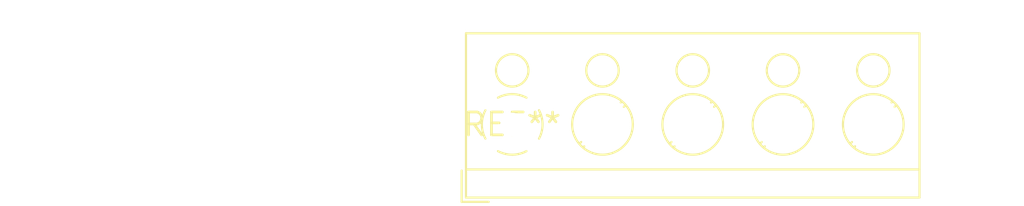
<source format=kicad_pcb>
(kicad_pcb (version 20240108) (generator pcbnew)
  (layers (0 "F.Cu" signal) (31 "B.Cu" signal) (34 "B.Paste" user) (35 "F.Paste" user) (36 "B.SilkS" user "B.Silkscreen") (37 "F.SilkS" user "F.Silkscreen") (38 "B.Mask" user) (39 "F.Mask" user) (44 "Edge.Cuts" user))
  (net 0 "")
  (footprint "TerminalBlock_RND_205-00004_1x05_P5.00mm_Horizontal" (layer "F.Cu") (at 0 0)
    (property "Reference" "REF**")
    (property "Value" "TerminalBlock_RND_205-00004_1x05_P5.00mm_Horizontal")
    (fp_line (start -2.8 2.56) (end -2.8 4.3) (layer "F.SilkS") (stroke (width 0.12)))
    (fp_line (start -2.8 4.3) (end -1.3 4.3) (layer "F.SilkS") (stroke (width 0.12)))
    (fp_line (start -2.56 -5.06) (end -2.56 4.06) (layer "F.SilkS") (stroke (width 0.12)))
    (fp_line (start -2.56 -5.06) (end 22.56 -5.06) (layer "F.SilkS") (stroke (width 0.12)))
    (fp_line (start -2.56 2.5) (end 22.56 2.5) (layer "F.SilkS") (stroke (width 0.12)))
    (fp_line (start -2.56 4.06) (end 22.56 4.06) (layer "F.SilkS") (stroke (width 0.12)))
    (fp_line (start 3.82 0.976) (end 3.726 1.069) (layer "F.SilkS") (stroke (width 0.12)))
    (fp_line (start 3.99 1.216) (end 3.931 1.274) (layer "F.SilkS") (stroke (width 0.12)))
    (fp_line (start 6.07 -1.275) (end 6.011 -1.216) (layer "F.SilkS") (stroke (width 0.12)))
    (fp_line (start 6.275 -1.069) (end 6.181 -0.976) (layer "F.SilkS") (stroke (width 0.12)))
    (fp_line (start 8.82 0.976) (end 8.726 1.069) (layer "F.SilkS") (stroke (width 0.12)))
    (fp_line (start 8.99 1.216) (end 8.931 1.274) (layer "F.SilkS") (stroke (width 0.12)))
    (fp_line (start 11.07 -1.275) (end 11.011 -1.216) (layer "F.SilkS") (stroke (width 0.12)))
    (fp_line (start 11.275 -1.069) (end 11.181 -0.976) (layer "F.SilkS") (stroke (width 0.12)))
    (fp_line (start 13.82 0.976) (end 13.726 1.069) (layer "F.SilkS") (stroke (width 0.12)))
    (fp_line (start 13.99 1.216) (end 13.931 1.274) (layer "F.SilkS") (stroke (width 0.12)))
    (fp_line (start 16.07 -1.275) (end 16.011 -1.216) (layer "F.SilkS") (stroke (width 0.12)))
    (fp_line (start 16.275 -1.069) (end 16.181 -0.976) (layer "F.SilkS") (stroke (width 0.12)))
    (fp_line (start 18.82 0.976) (end 18.726 1.069) (layer "F.SilkS") (stroke (width 0.12)))
    (fp_line (start 18.99 1.216) (end 18.931 1.274) (layer "F.SilkS") (stroke (width 0.12)))
    (fp_line (start 21.07 -1.275) (end 21.011 -1.216) (layer "F.SilkS") (stroke (width 0.12)))
    (fp_line (start 21.275 -1.069) (end 21.181 -0.976) (layer "F.SilkS") (stroke (width 0.12)))
    (fp_line (start 22.56 -5.06) (end 22.56 4.06) (layer "F.SilkS") (stroke (width 0.12)))
    (fp_arc (start -1.483953 0.789089) (mid -1.680708 5e-05) (end -1.484 -0.789) (layer "F.SilkS") (stroke (width 0.12)))
    (fp_arc (start -0.789089 -1.483953) (mid -5e-05 -1.680708) (end 0.789 -1.484) (layer "F.SilkS") (stroke (width 0.12)))
    (fp_arc (start 0.029383 1.68045) (mid -0.392304 1.634281) (end -0.789 1.484) (layer "F.SilkS") (stroke (width 0.12)))
    (fp_arc (start 0.788712 1.483352) (mid 0.406429 1.630097) (end 0 1.68) (layer "F.SilkS") (stroke (width 0.12)))
    (fp_arc (start 1.483953 -0.789089) (mid 1.680708 -5e-05) (end 1.484 0.789) (layer "F.SilkS") (stroke (width 0.12)))
    (fp_circle (center 0 -3) (end 0.9 -3) (layer "F.SilkS") (stroke (width 0.12)) (fill none))
    (fp_circle (center 5 -3) (end 5.9 -3) (layer "F.SilkS") (stroke (width 0.12)) (fill none))
    (fp_circle (center 5 0) (end 6.68 0) (layer "F.SilkS") (stroke (width 0.12)) (fill none))
    (fp_circle (center 10 -3) (end 10.9 -3) (layer "F.SilkS") (stroke (width 0.12)) (fill none))
    (fp_circle (center 10 0) (end 11.68 0) (layer "F.SilkS") (stroke (width 0.12)) (fill none))
    (fp_circle (center 15 -3) (end 15.9 -3) (layer "F.SilkS") (stroke (width 0.12)) (fill none))
    (fp_circle (center 15 0) (end 16.68 0) (layer "F.SilkS") (stroke (width 0.12)) (fill none))
    (fp_circle (center 20 -3) (end 20.9 -3) (layer "F.SilkS") (stroke (width 0.12)) (fill none))
    (fp_circle (center 20 0) (end 21.68 0) (layer "F.SilkS") (stroke (width 0.12)) (fill none))
    (pad "1" thru_hole rect (at 0 0) (size 2.5 2.5) (drill 1.3) (layers *.Cu *.Mask) (remove_unused_layers))
    (pad "2" thru_hole circle (at 5 0) (size 2.5 2.5) (drill 1.3) (layers *.Cu *.Mask) (remove_unused_layers))
    (pad "3" thru_hole circle (at 10 0) (size 2.5 2.5) (drill 1.3) (layers *.Cu *.Mask) (remove_unused_layers))
    (pad "4" thru_hole circle (at 15 0) (size 2.5 2.5) (drill 1.3) (layers *.Cu *.Mask) (remove_unused_layers))
    (pad "5" thru_hole circle (at 20 0) (size 2.5 2.5) (drill 1.3) (layers *.Cu *.Mask) (remove_unused_layers))
  )
)
</source>
